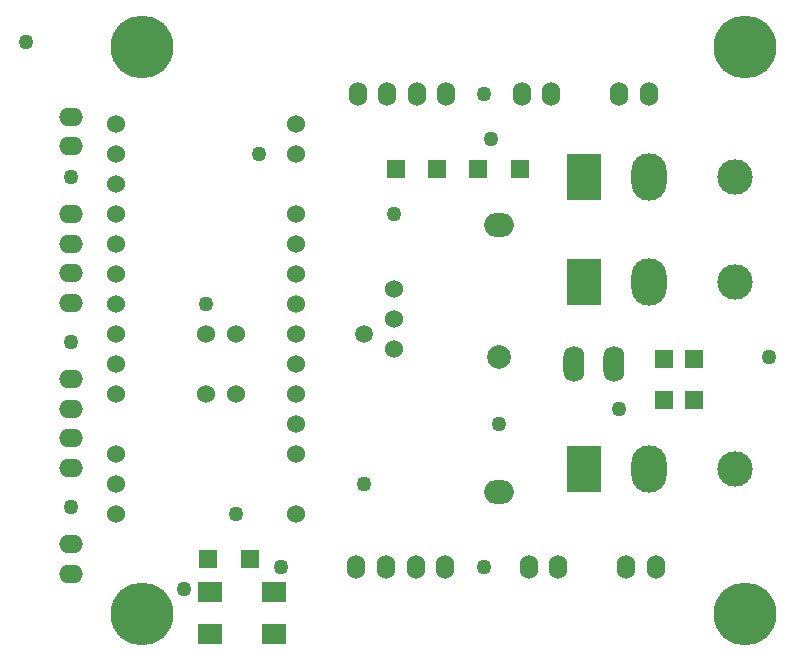
<source format=gts>
G04 Layer_Color=8388736*
%FSLAX25Y25*%
%MOIN*%
G70*
G01*
G75*
%ADD10R,0.05906X0.05906*%
%ADD11R,0.05906X0.05906*%
%ADD12R,0.07874X0.06693*%
%ADD16C,0.06000*%
%ADD17O,0.08000X0.06000*%
%ADD18O,0.09843X0.07874*%
%ADD19C,0.07874*%
%ADD20O,0.06000X0.08000*%
%ADD21C,0.11811*%
%ADD22O,0.11811X0.15748*%
%ADD23R,0.11811X0.15748*%
%ADD24O,0.07000X0.12000*%
%ADD25C,0.20945*%
%ADD26C,0.05000*%
%ADD27C,0.05906*%
D10*
X135610Y160000D02*
D03*
X149390D02*
D03*
X163110D02*
D03*
X176890D02*
D03*
X73110Y30000D02*
D03*
X86890D02*
D03*
D11*
X235000Y96890D02*
D03*
Y83110D02*
D03*
X225000Y83110D02*
D03*
Y96890D02*
D03*
D12*
X95000Y5000D02*
D03*
Y19173D02*
D03*
X73740D02*
D03*
Y5000D02*
D03*
D16*
X42500Y175000D02*
D03*
X102500D02*
D03*
Y165000D02*
D03*
X72500Y105000D02*
D03*
X82500D02*
D03*
Y85000D02*
D03*
X72500D02*
D03*
X102500Y145000D02*
D03*
Y135000D02*
D03*
Y125000D02*
D03*
Y115000D02*
D03*
Y105000D02*
D03*
Y95000D02*
D03*
Y85000D02*
D03*
Y75000D02*
D03*
Y65000D02*
D03*
Y45000D02*
D03*
X42500D02*
D03*
Y55000D02*
D03*
Y65000D02*
D03*
Y85000D02*
D03*
Y95000D02*
D03*
Y105000D02*
D03*
Y115000D02*
D03*
Y125000D02*
D03*
Y135000D02*
D03*
Y145000D02*
D03*
Y155000D02*
D03*
Y165000D02*
D03*
X135000Y100000D02*
D03*
Y110000D02*
D03*
Y120000D02*
D03*
D17*
X27500Y167657D02*
D03*
Y177500D02*
D03*
Y90000D02*
D03*
Y80158D02*
D03*
Y70315D02*
D03*
Y60472D02*
D03*
Y115472D02*
D03*
Y125315D02*
D03*
Y135158D02*
D03*
Y145000D02*
D03*
Y25157D02*
D03*
Y35000D02*
D03*
D18*
X170000Y141476D02*
D03*
Y52500D02*
D03*
D19*
Y97500D02*
D03*
D20*
X177657Y185000D02*
D03*
X187500D02*
D03*
X189842Y27500D02*
D03*
X180000D02*
D03*
X210157Y185000D02*
D03*
X220000D02*
D03*
X222342Y27500D02*
D03*
X212500D02*
D03*
X122500D02*
D03*
X132343D02*
D03*
X142185D02*
D03*
X152028D02*
D03*
X122972Y185000D02*
D03*
X132815D02*
D03*
X142657D02*
D03*
X152500D02*
D03*
D21*
X248740Y157500D02*
D03*
Y122500D02*
D03*
Y60000D02*
D03*
D22*
X220000Y157500D02*
D03*
Y122500D02*
D03*
Y60000D02*
D03*
D23*
X198346Y157500D02*
D03*
Y122500D02*
D03*
Y60000D02*
D03*
D24*
X195000Y95000D02*
D03*
X208386D02*
D03*
D25*
X251969Y200787D02*
D03*
X51181D02*
D03*
X51181Y11811D02*
D03*
X251969D02*
D03*
D26*
X210000Y80000D02*
D03*
X135000Y145000D02*
D03*
X82500Y45000D02*
D03*
X170000Y75000D02*
D03*
X125000Y55000D02*
D03*
X97500Y27500D02*
D03*
X90000Y165000D02*
D03*
X27500Y102500D02*
D03*
Y47500D02*
D03*
X165000Y27500D02*
D03*
Y185000D02*
D03*
X260000Y97500D02*
D03*
X65000Y20000D02*
D03*
X12500Y202500D02*
D03*
X167500Y170000D02*
D03*
X27500Y157500D02*
D03*
X72500Y115000D02*
D03*
D27*
X125000Y105000D02*
D03*
M02*

</source>
